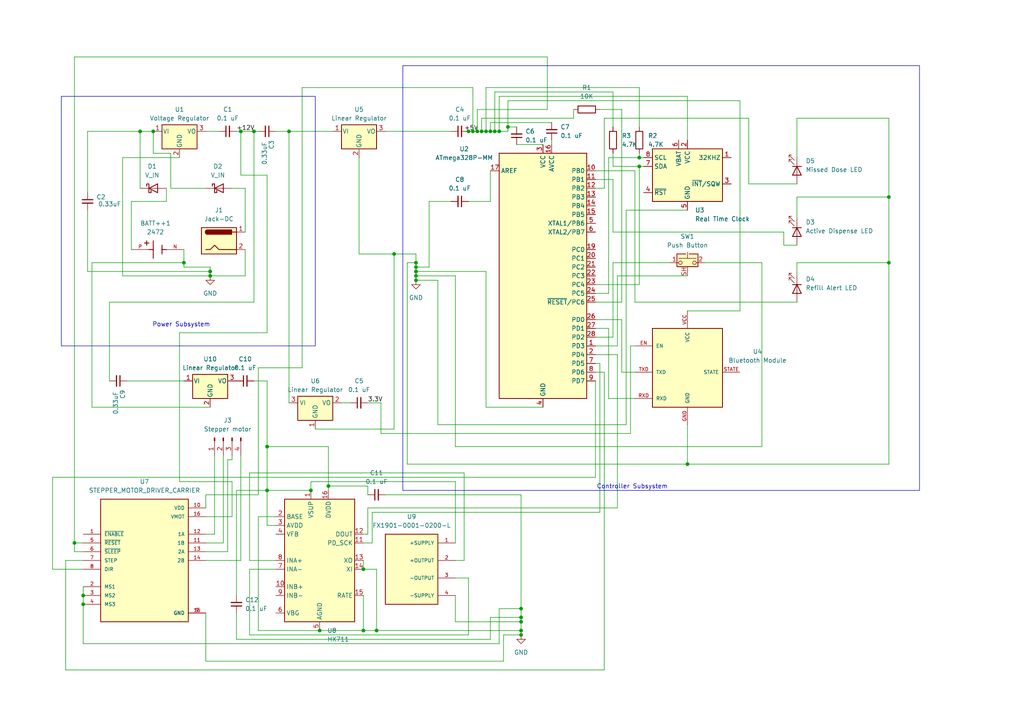
<source format=kicad_sch>
(kicad_sch (version 20231120) (generator "eeschema") (generator_version "8.0")
  (paper "A4")
  (lib_symbols
    (symbol "2472:2472" (pin_names (offset 1.016))
      (property "Reference" "BT" (at -3.81 3.81 0))
      (property "Value" "2472" (at -3.81 -5.08 0))
      (symbol "2472_0_0"
        (polyline (pts (xy -3.81 1.905) (xy -2.54 1.905)) (stroke (width 0.254)))
        (polyline (pts (xy -3.175 2.54) (xy -3.175 1.27)) (stroke (width 0.254)))
        (polyline (pts (xy -1.27 0) (xy -2.54 0)) (stroke (width 0.254)))
        (polyline (pts (xy -1.27 0) (xy -1.27 -2.54)) (stroke (width 0.254)))
        (polyline (pts (xy -1.27 2.54) (xy -1.27 0)) (stroke (width 0.254)))
        (polyline (pts (xy 1.27 0) (xy 1.27 -1.27)) (stroke (width 0.254)))
        (polyline (pts (xy 1.27 0) (xy 2.54 0)) (stroke (width 0.254)))
        (polyline (pts (xy 1.27 1.27) (xy 1.27 0)) (stroke (width 0.254)))
        (pin passive line (at 7.62 0 180) (length 5.08) (name "~") (number "N"))
        (pin passive line (at -7.62 0 0) (length 5.08) (name "~") (number "P"))
      )
    )
    (symbol "A4988_STEPPER_MOTOR_DRIVER_CARRIER:A4988_STEPPER_MOTOR_DRIVER_CARRIER" (pin_names (offset 1.016))
      (property "Reference" "U" (at -12.7 19.05 0))
      (property "Value" "A4988_STEPPER_MOTOR_DRIVER_CARRIER" (at -12.7 -21.59 0))
      (symbol "A4988_STEPPER_MOTOR_DRIVER_CARRIER_0_0"
        (rectangle (start -12.7 -17.78) (end 12.7 17.78) (stroke (width 0.254)) (fill (type background)))
        (pin input line (at -17.78 7.62 0) (length 5.08) (name "~{ENABLE}") (number "1"))
        (pin power_in line (at 17.78 15.24 180) (length 5.08) (name "VDD") (number "10"))
        (pin output line (at 17.78 5.08 180) (length 5.08) (name "1B") (number "11"))
        (pin output line (at 17.78 7.62 180) (length 5.08) (name "1A") (number "12"))
        (pin output line (at 17.78 2.54 180) (length 5.08) (name "2A") (number "13"))
        (pin output line (at 17.78 0 180) (length 5.08) (name "2B") (number "14"))
        (pin power_in line (at 17.78 -15.24 180) (length 5.08) (name "GND") (number "15"))
        (pin power_in line (at 17.78 12.7 180) (length 5.08) (name "VMOT") (number "16"))
        (pin input line (at -17.78 -7.62 0) (length 5.08) (name "MS1") (number "2"))
        (pin input line (at -17.78 -10.16 0) (length 5.08) (name "MS2") (number "3"))
        (pin input line (at -17.78 -12.7 0) (length 5.08) (name "MS3") (number "4"))
        (pin input line (at -17.78 5.08 0) (length 5.08) (name "~{RESET}") (number "5"))
        (pin input line (at -17.78 2.54 0) (length 5.08) (name "~{SLEEP}") (number "6"))
        (pin input line (at -17.78 0 0) (length 5.08) (name "STEP") (number "7"))
        (pin input line (at -17.78 -2.54 0) (length 5.08) (name "DIR") (number "8"))
        (pin power_in line (at 17.78 -15.24 180) (length 5.08) (name "GND") (number "9"))
      )
    )
    (symbol "Analog_ADC:HX711"
      (property "Reference" "U" (at 5.08 21.59 0))
      (property "Value" "HX711" (at 7.62 19.05 0))
      (symbol "HX711_0_1"
        (rectangle (start -10.16 17.78) (end 10.16 -17.78) (stroke (width 0.254)) (fill (type background)))
      )
      (symbol "HX711_1_1"
        (pin power_in line (at -2.54 20.32 270) (length 2.54) (name "VSUP") (number "1"))
        (pin input line (at -12.7 -7.62 0) (length 2.54) (name "INB+") (number "10"))
        (pin input line (at 12.7 5.08 180) (length 2.54) (name "PD_SCK") (number "11"))
        (pin output line (at 12.7 7.62 180) (length 2.54) (name "DOUT") (number "12"))
        (pin passive line (at 12.7 0 180) (length 2.54) (name "XO") (number "13"))
        (pin passive line (at 12.7 -2.54 180) (length 2.54) (name "XI") (number "14"))
        (pin input line (at 12.7 -10.16 180) (length 2.54) (name "RATE") (number "15"))
        (pin power_in line (at 2.54 20.32 270) (length 2.54) (name "DVDD") (number "16"))
        (pin passive line (at -12.7 12.7 0) (length 2.54) (name "BASE") (number "2"))
        (pin power_in line (at -12.7 10.16 0) (length 2.54) (name "AVDD") (number "3"))
        (pin input line (at -12.7 7.62 0) (length 2.54) (name "VFB") (number "4"))
        (pin power_in line (at 0 -20.32 90) (length 2.54) (name "AGND") (number "5"))
        (pin passive line (at -12.7 -15.24 0) (length 2.54) (name "VBG") (number "6"))
        (pin input line (at -12.7 -2.54 0) (length 2.54) (name "INA-") (number "7"))
        (pin input line (at -12.7 0 0) (length 2.54) (name "INA+") (number "8"))
        (pin input line (at -12.7 -10.16 0) (length 2.54) (name "INB-") (number "9"))
      )
    )
    (symbol "Connector:Conn_01x04_Pin" (pin_names (offset 1.016) hide)
      (property "Reference" "J" (at 0 5.08 0))
      (property "Value" "Conn_01x04_Pin" (at 0 -7.62 0))
      (symbol "Conn_01x04_Pin_1_1"
        (polyline (pts (xy 1.27 -5.08) (xy 0.8636 -5.08)) (stroke (width 0.1524)))
        (polyline (pts (xy 1.27 -2.54) (xy 0.8636 -2.54)) (stroke (width 0.1524)))
        (polyline (pts (xy 1.27 0) (xy 0.8636 0)) (stroke (width 0.1524)))
        (polyline (pts (xy 1.27 2.54) (xy 0.8636 2.54)) (stroke (width 0.1524)))
        (rectangle (start 0.8636 -4.953) (end 0 -5.207) (stroke (width 0.1524)) (fill (type outline)))
        (rectangle (start 0.8636 -2.413) (end 0 -2.667) (stroke (width 0.1524)) (fill (type outline)))
        (rectangle (start 0.8636 0.127) (end 0 -0.127) (stroke (width 0.1524)) (fill (type outline)))
        (rectangle (start 0.8636 2.667) (end 0 2.413) (stroke (width 0.1524)) (fill (type outline)))
        (pin passive line (at 5.08 2.54 180) (length 3.81) (name "Pin_1") (number "1"))
        (pin passive line (at 5.08 0 180) (length 3.81) (name "Pin_2") (number "2"))
        (pin passive line (at 5.08 -2.54 180) (length 3.81) (name "Pin_3") (number "3"))
        (pin passive line (at 5.08 -5.08 180) (length 3.81) (name "Pin_4") (number "4"))
      )
    )
    (symbol "Connector:Jack-DC" (pin_names (offset 1.016))
      (property "Reference" "J" (at 0 5.334 0))
      (property "Value" "Jack-DC" (at 0 -5.08 0))
      (symbol "Jack-DC_0_1"
        (rectangle (start -5.08 3.81) (end 5.08 -3.81) (stroke (width 0.254)) (fill (type background)))
        (arc (start -3.302 3.175) (mid -3.9343 2.54) (end -3.302 1.905) (stroke (width 0.254)))
        (arc (start -3.302 3.175) (mid -3.9343 2.54) (end -3.302 1.905) (stroke (width 0.254)) (fill (type outline)))
        (polyline (pts (xy 5.08 2.54) (xy 3.81 2.54)) (stroke (width 0.254)))
        (polyline (pts (xy -3.81 -2.54) (xy -2.54 -2.54) (xy -1.27 -1.27) (xy 0 -2.54) (xy 2.54 -2.54) (xy 5.08 -2.54)) (stroke (width 0.254)))
        (rectangle (start 3.683 3.175) (end -3.302 1.905) (stroke (width 0.254)) (fill (type outline)))
      )
      (symbol "Jack-DC_1_1"
        (pin passive line (at 7.62 2.54 180) (length 2.54) (name "~") (number "1"))
        (pin passive line (at 7.62 -2.54 180) (length 2.54) (name "~") (number "2"))
      )
    )
    (symbol "Device:C_Small" (pin_numbers hide) (pin_names (offset 0.254) hide)
      (property "Reference" "C" (at 0.254 1.778 0))
      (property "Value" "C_Small" (at 0.254 -2.032 0))
      (symbol "C_Small_0_1"
        (polyline (pts (xy -1.524 -0.508) (xy 1.524 -0.508)) (stroke (width 0.3302)))
        (polyline (pts (xy -1.524 0.508) (xy 1.524 0.508)) (stroke (width 0.3048)))
      )
      (symbol "C_Small_1_1"
        (pin passive line (at 0 2.54 270) (length 2.032) (name "~") (number "1"))
        (pin passive line (at 0 -2.54 90) (length 2.032) (name "~") (number "2"))
      )
    )
    (symbol "Device:D_Schottky" (pin_numbers hide) (pin_names (offset 1.016) hide)
      (property "Reference" "D" (at 0 2.54 0))
      (property "Value" "D_Schottky" (at 0 -2.54 0))
      (symbol "D_Schottky_0_1"
        (polyline (pts (xy 1.27 0) (xy -1.27 0)))
        (polyline (pts (xy 1.27 1.27) (xy 1.27 -1.27) (xy -1.27 0) (xy 1.27 1.27)) (stroke (width 0.254)))
        (polyline (pts (xy -1.905 0.635) (xy -1.905 1.27) (xy -1.27 1.27) (xy -1.27 -1.27) (xy -0.635 -1.27) (xy -0.635 -0.635)) (stroke (width 0.254)))
      )
      (symbol "D_Schottky_1_1"
        (pin passive line (at -3.81 0 0) (length 2.54) (name "K") (number "1"))
        (pin passive line (at 3.81 0 180) (length 2.54) (name "A") (number "2"))
      )
    )
    (symbol "Device:LED" (pin_numbers hide) (pin_names (offset 1.016) hide)
      (property "Reference" "D" (at 0 2.54 0))
      (property "Value" "LED" (at 0 -2.54 0))
      (symbol "LED_0_1"
        (polyline (pts (xy -1.27 -1.27) (xy -1.27 1.27)) (stroke (width 0.254)))
        (polyline (pts (xy -1.27 0) (xy 1.27 0)))
        (polyline (pts (xy 1.27 -1.27) (xy 1.27 1.27) (xy -1.27 0) (xy 1.27 -1.27)) (stroke (width 0.254)))
        (polyline (pts (xy -3.048 -0.762) (xy -4.572 -2.286) (xy -3.81 -2.286) (xy -4.572 -2.286) (xy -4.572 -1.524)))
        (polyline (pts (xy -1.778 -0.762) (xy -3.302 -2.286) (xy -2.54 -2.286) (xy -3.302 -2.286) (xy -3.302 -1.524)))
      )
      (symbol "LED_1_1"
        (pin passive line (at -3.81 0 0) (length 2.54) (name "K") (number "1"))
        (pin passive line (at 3.81 0 180) (length 2.54) (name "A") (number "2"))
      )
    )
    (symbol "Device:R" (pin_numbers hide) (pin_names (offset 0))
      (property "Reference" "R" (at 2.032 0 90))
      (property "Value" "R" (at 0 0 90))
      (symbol "R_0_1"
        (rectangle (start -1.016 -2.54) (end 1.016 2.54) (stroke (width 0.254)))
      )
      (symbol "R_1_1"
        (pin passive line (at 0 3.81 270) (length 1.27) (name "~") (number "1"))
        (pin passive line (at 0 -3.81 90) (length 1.27) (name "~") (number "2"))
      )
    )
    (symbol "FX1901-0001-0200-L:FX1901-0001-0200-L" (pin_names (offset 1.016))
      (property "Reference" "U" (at -7.6338 10.8146 0))
      (property "Value" "FX1901-0001-0200-L" (at -7.6232 -12.7053 0))
      (symbol "FX1901-0001-0200-L_0_0"
        (rectangle (start -7.62 -10.16) (end 7.62 10.16) (stroke (width 0.254)) (fill (type background)))
        (pin power_in line (at 12.7 7.62 180) (length 5.08) (name "+SUPPLY") (number "1"))
        (pin output line (at 12.7 2.54 180) (length 5.08) (name "+OUTPUT") (number "2"))
        (pin output line (at 12.7 -2.54 180) (length 5.08) (name "-OUTPUT") (number "3"))
        (pin power_in line (at 12.7 -7.62 180) (length 5.08) (name "-SUPPLY") (number "4"))
      )
    )
    (symbol "HC05:HC05" (pin_names (offset 1.016))
      (property "Reference" "U" (at 10.16 15.24 0))
      (property "Value" "HC05" (at 10.16 12.7 0))
      (symbol "HC05_0_0"
        (rectangle (start -7.62 -10.16) (end 12.7 12.7) (stroke (width 0.254)) (fill (type background)))
        (pin bidirectional line (at -12.7 7.62 0) (length 5.08) (name "EN") (number "EN"))
        (pin bidirectional line (at 2.54 -15.24 90) (length 5.08) (name "GND") (number "GND"))
        (pin bidirectional line (at -12.7 -7.62 0) (length 5.08) (name "RXD") (number "RXD"))
        (pin bidirectional line (at 17.78 0 180) (length 5.08) (name "STATE") (number "STATE"))
        (pin bidirectional line (at -12.7 0 0) (length 5.08) (name "TXD") (number "TXD"))
        (pin bidirectional line (at 2.54 17.78 270) (length 5.08) (name "VCC") (number "VCC"))
      )
    )
    (symbol "MCU_Microchip_ATmega:ATmega328P-MM"
      (property "Reference" "U" (at -12.7 36.83 0))
      (property "Value" "ATmega328P-MM" (at 2.54 -36.83 0))
      (symbol "ATmega328P-MM_0_1"
        (rectangle (start -12.7 -35.56) (end 12.7 35.56) (stroke (width 0.254)) (fill (type background)))
      )
      (symbol "ATmega328P-MM_1_1"
        (pin bidirectional line (at 15.24 -20.32 180) (length 2.54) (name "PD3") (number "1"))
        (pin bidirectional line (at 15.24 30.48 180) (length 2.54) (name "PB0") (number "10"))
        (pin bidirectional line (at 15.24 27.94 180) (length 2.54) (name "PB1") (number "11"))
        (pin bidirectional line (at 15.24 25.4 180) (length 2.54) (name "PB2") (number "12"))
        (pin bidirectional line (at 15.24 22.86 180) (length 2.54) (name "PB3") (number "13"))
        (pin bidirectional line (at 15.24 20.32 180) (length 2.54) (name "PB4") (number "14"))
        (pin bidirectional line (at 15.24 17.78 180) (length 2.54) (name "PB5") (number "15"))
        (pin power_in line (at 2.54 38.1 270) (length 2.54) (name "AVCC") (number "16"))
        (pin passive line (at -15.24 30.48 0) (length 2.54) (name "AREF") (number "17"))
        (pin passive line (at 0 -38.1 90) (length 2.54) hide (name "GND") (number "18"))
        (pin bidirectional line (at 15.24 7.62 180) (length 2.54) (name "PC0") (number "19"))
        (pin bidirectional line (at 15.24 -22.86 180) (length 2.54) (name "PD4") (number "2"))
        (pin bidirectional line (at 15.24 5.08 180) (length 2.54) (name "PC1") (number "20"))
        (pin bidirectional line (at 15.24 2.54 180) (length 2.54) (name "PC2") (number "21"))
        (pin bidirectional line (at 15.24 0 180) (length 2.54) (name "PC3") (number "22"))
        (pin bidirectional line (at 15.24 -2.54 180) (length 2.54) (name "PC4") (number "23"))
        (pin bidirectional line (at 15.24 -5.08 180) (length 2.54) (name "PC5") (number "24"))
        (pin bidirectional line (at 15.24 -7.62 180) (length 2.54) (name "~{RESET}/PC6") (number "25"))
        (pin bidirectional line (at 15.24 -12.7 180) (length 2.54) (name "PD0") (number "26"))
        (pin bidirectional line (at 15.24 -15.24 180) (length 2.54) (name "PD1") (number "27"))
        (pin bidirectional line (at 15.24 -17.78 180) (length 2.54) (name "PD2") (number "28"))
        (pin passive line (at 0 -38.1 90) (length 2.54) hide (name "GND") (number "29"))
        (pin power_in line (at 0 38.1 270) (length 2.54) (name "VCC") (number "3"))
        (pin power_in line (at 0 -38.1 90) (length 2.54) (name "GND") (number "4"))
        (pin bidirectional line (at 15.24 15.24 180) (length 2.54) (name "XTAL1/PB6") (number "5"))
        (pin bidirectional line (at 15.24 12.7 180) (length 2.54) (name "XTAL2/PB7") (number "6"))
        (pin bidirectional line (at 15.24 -25.4 180) (length 2.54) (name "PD5") (number "7"))
        (pin bidirectional line (at 15.24 -27.94 180) (length 2.54) (name "PD6") (number "8"))
        (pin bidirectional line (at 15.24 -30.48 180) (length 2.54) (name "PD7") (number "9"))
      )
    )
    (symbol "Regulator_Linear:AMS1117-3.3"
      (property "Reference" "U" (at -3.81 3.175 0))
      (property "Value" "AMS1117-3.3" (at 0 3.175 0))
      (symbol "AMS1117-3.3_0_1"
        (rectangle (start -5.08 -5.08) (end 5.08 1.905) (stroke (width 0.254)) (fill (type background)))
      )
      (symbol "AMS1117-3.3_1_1"
        (pin power_in line (at 0 -7.62 90) (length 2.54) (name "GND") (number "1"))
        (pin power_out line (at 7.62 0 180) (length 2.54) (name "VO") (number "2"))
        (pin power_in line (at -7.62 0 0) (length 2.54) (name "VI") (number "3"))
      )
    )
    (symbol "Regulator_Linear:LM7805_TO220" (pin_names (offset 0.254))
      (property "Reference" "U" (at -3.81 3.175 0))
      (property "Value" "LM7805_TO220" (at 0 3.175 0))
      (symbol "LM7805_TO220_0_1"
        (rectangle (start -5.08 1.905) (end 5.08 -5.08) (stroke (width 0.254)) (fill (type background)))
      )
      (symbol "LM7805_TO220_1_1"
        (pin power_in line (at -7.62 0 0) (length 2.54) (name "VI") (number "1"))
        (pin power_in line (at 0 -7.62 90) (length 2.54) (name "GND") (number "2"))
        (pin power_out line (at 7.62 0 180) (length 2.54) (name "VO") (number "3"))
      )
    )
    (symbol "Regulator_Linear:LM7812_TO220" (pin_names (offset 0.254))
      (property "Reference" "U" (at -3.81 3.175 0))
      (property "Value" "LM7812_TO220" (at 0 3.175 0))
      (symbol "LM7812_TO220_0_1"
        (rectangle (start -5.08 1.905) (end 5.08 -5.08) (stroke (width 0.254)) (fill (type background)))
      )
      (symbol "LM7812_TO220_1_1"
        (pin power_in line (at -7.62 0 0) (length 2.54) (name "VI") (number "1"))
        (pin power_in line (at 0 -7.62 90) (length 2.54) (name "GND") (number "2"))
        (pin power_out line (at 7.62 0 180) (length 2.54) (name "VO") (number "3"))
      )
    )
    (symbol "Switch:CK_KMS2xxG" (pin_names (offset 1.016) hide)
      (property "Reference" "SW" (at 4.318 2.032 0))
      (property "Value" "CK_KMS2xxG" (at 0 4.572 0))
      (symbol "CK_KMS2xxG_0_1"
        (circle (center -2.032 0) (radius 0.508))
        (polyline (pts (xy 0 1.27) (xy 0 3.048)))
        (polyline (pts (xy 2.54 1.27) (xy -2.54 1.27)))
        (polyline (pts (xy 0.508 2.54) (xy 3.048 2.54) (xy 3.048 -1.143) (xy -3.048 -1.143) (xy -3.048 2.54) (xy -0.508 2.54)) (stroke (width -0.0254)))
        (polyline (pts (xy 0.508 2.54) (xy 3.048 2.54) (xy 3.048 -1.143) (xy -3.048 -1.143) (xy -3.048 2.54) (xy -0.508 2.54)) (stroke (width 0.254)))
        (circle (center 2.032 0) (radius 0.508))
        (pin passive line (at -5.08 0 0) (length 2.54) (name "1") (number "1"))
        (pin passive line (at 5.08 0 180) (length 2.54) (name "2") (number "2"))
      )
      (symbol "CK_KMS2xxG_1_1"
        (rectangle (start -3.048 2.54) (end 3.048 -1.27) (stroke (width -0.0254)) (fill (type background)))
        (pin passive line (at 0 -3.81 90) (length 2.54) (name "B") (number "SH"))
      )
    )
    (symbol "Timer_RTC:DS3231MZ"
      (property "Reference" "U" (at -7.62 8.89 0))
      (property "Value" "DS3231MZ" (at 11.43 8.89 0))
      (symbol "DS3231MZ_0_1"
        (rectangle (start -10.16 7.62) (end 10.16 -7.62) (stroke (width 0.254)) (fill (type background)))
      )
      (symbol "DS3231MZ_1_1"
        (pin open_collector line (at 12.7 5.08 180) (length 2.54) (name "32KHZ") (number "1"))
        (pin power_in line (at 0 10.16 270) (length 2.54) (name "VCC") (number "2"))
        (pin open_collector line (at 12.7 -2.54 180) (length 2.54) (name "~{INT}/SQW") (number "3"))
        (pin bidirectional line (at -12.7 -5.08 0) (length 2.54) (name "~{RST}") (number "4"))
        (pin power_in line (at 0 -10.16 90) (length 2.54) (name "GND") (number "5"))
        (pin power_in line (at -2.54 10.16 270) (length 2.54) (name "VBAT") (number "6"))
        (pin bidirectional line (at -12.7 2.54 0) (length 2.54) (name "SDA") (number "7"))
        (pin input line (at -12.7 5.08 0) (length 2.54) (name "SCL") (number "8"))
      )
    )
    (symbol "power:GND" (power) (pin_numbers hide) (pin_names (offset 0) hide)
      (property "Value" "GND" (at 0 -3.81 0))
      (symbol "GND_0_1"
        (polyline (pts (xy 0 0) (xy 0 -1.27) (xy 1.27 -1.27) (xy 0 -2.54) (xy -1.27 -1.27) (xy 0 -1.27)))
      )
      (symbol "GND_1_1"
        (pin power_in line (at 0 0 270) (length 0) (name "~") (number "1"))
      )
    )
  )
  (junction (at 137.16 38.1))
  (junction (at 257.81 57.15))
  (junction (at 151.13 176.53))
  (junction (at 105.41 165.1))
  (junction (at 151.13 179.07))
  (junction (at 142.24 38.1))
  (junction (at 73.66 38.1))
  (junction (at 120.65 78.74))
  (junction (at 140.97 38.1))
  (junction (at 60.96 80.01))
  (junction (at 69.85 38.1))
  (junction (at 92.71 182.88))
  (junction (at 60.96 78.74))
  (junction (at 120.65 77.47))
  (junction (at 147.32 36.83))
  (junction (at 24.13 172.72))
  (junction (at 109.22 182.88))
  (junction (at 138.43 38.1))
  (junction (at 53.34 76.2))
  (junction (at 199.39 134.62))
  (junction (at 185.42 45.72))
  (junction (at 144.78 38.1))
  (junction (at 24.13 175.26))
  (junction (at 151.13 184.15))
  (junction (at 77.47 142.24))
  (junction (at 44.45 38.1))
  (junction (at 40.64 38.1))
  (junction (at 151.13 182.88))
  (junction (at 143.51 38.1))
  (junction (at 95.25 140.97))
  (junction (at 120.65 81.28))
  (junction (at 135.89 38.1))
  (junction (at 139.7 38.1))
  (junction (at 120.65 80.01))
  (junction (at 21.59 157.48))
  (junction (at 114.3 73.66))
  (junction (at 120.65 76.2))
  (junction (at 151.13 180.34))
  (junction (at 185.42 48.26))
  (junction (at 77.47 129.54))
  (junction (at 90.17 142.24))
  (junction (at 83.82 38.1))
  (junction (at 257.81 76.2))
  (junction (at 105.41 182.88))
  (wire (pts (xy 135.89 38.1) (xy 134.62 38.1)))
  (wire (pts (xy 71.12 72.39) (xy 71.12 80.01)))
  (wire (pts (xy 257.81 134.62) (xy 199.39 134.62)))
  (wire (pts (xy 120.65 73.66) (xy 120.65 76.2)))
  (wire (pts (xy 144.78 176.53) (xy 151.13 176.53)))
  (wire (pts (xy 172.72 49.53) (xy 184.15 49.53)))
  (wire (pts (xy 140.97 78.74) (xy 140.97 118.11)))
  (wire (pts (xy 120.65 80.01) (xy 120.65 81.28)))
  (wire (pts (xy 143.51 38.1) (xy 144.78 38.1)))
  (wire (pts (xy 120.65 76.2) (xy 120.65 77.47)))
  (wire (pts (xy 175.26 194.31) (xy 19.05 194.31)))
  (wire (pts (xy 71.12 54.61) (xy 67.31 54.61)))
  (wire (pts (xy 59.69 154.94) (xy 62.23 154.94)))
  (wire (pts (xy 74.93 106.68) (xy 74.93 143.51)))
  (wire (pts (xy 135.89 184.15) (xy 135.89 167.64)))
  (wire (pts (xy 124.46 77.47) (xy 120.65 77.47)))
  (wire (pts (xy 173.99 148.59) (xy 107.95 148.59)))
  (wire (pts (xy 158.75 31.75) (xy 138.43 31.75)))
  (wire (pts (xy 92.71 182.88) (xy 105.41 182.88)))
  (wire (pts (xy 15.24 138.43) (xy 15.24 165.1)))
  (wire (pts (xy 52.07 45.72) (xy 35.56 45.72)))
  (wire (pts (xy 132.08 139.7) (xy 90.17 139.7)))
  (wire (pts (xy 185.42 25.4) (xy 140.97 25.4)))
  (wire (pts (xy 31.75 110.49) (xy 31.75 87.63)))
  (wire (pts (xy 118.11 134.62) (xy 118.11 76.2)))
  (wire (pts (xy 147.32 36.83) (xy 149.86 36.83)))
  (wire (pts (xy 26.67 76.2) (xy 53.34 76.2)))
  (wire (pts (xy 176.53 85.09) (xy 176.53 45.72)))
  (wire (pts (xy 177.8 26.67) (xy 143.51 26.67)))
  (wire (pts (xy 120.65 77.47) (xy 120.65 78.74)))
  (wire (pts (xy 40.64 38.1) (xy 44.45 38.1)))
  (wire (pts (xy 19.05 162.56) (xy 24.13 162.56)))
  (wire (pts (xy 158.75 16.51) (xy 158.75 31.75)))
  (wire (pts (xy 231.14 63.5) (xy 231.14 57.15)))
  (wire (pts (xy 66.04 160.02) (xy 66.04 133.35)))
  (wire (pts (xy 59.69 149.86) (xy 67.31 149.86)))
  (wire (pts (xy 60.96 118.11) (xy 26.67 118.11)))
  (wire (pts (xy 91.44 124.46) (xy 114.3 124.46)))
  (wire (pts (xy 160.02 40.64) (xy 160.02 41.91)))
  (wire (pts (xy 144.78 186.69) (xy 144.78 176.53)))
  (wire (pts (xy 106.68 116.84) (xy 110.49 116.84)))
  (wire (pts (xy 48.26 58.42) (xy 48.26 54.61)))
  (wire (pts (xy 177.8 52.07) (xy 177.8 67.31)))
  (wire (pts (xy 120.65 78.74) (xy 120.65 80.01)))
  (wire (pts (xy 114.3 73.66) (xy 120.65 73.66)))
  (wire (pts (xy 77.47 142.24) (xy 68.58 142.24)))
  (wire (pts (xy 172.72 82.55) (xy 185.42 82.55)))
  (wire (pts (xy 52.07 139.7) (xy 52.07 96.52)))
  (wire (pts (xy 59.69 191.77) (xy 146.05 191.77)))
  (wire (pts (xy 74.93 149.86) (xy 74.93 182.88)))
  (wire (pts (xy 175.26 107.95) (xy 175.26 194.31)))
  (wire (pts (xy 124.46 58.42) (xy 124.46 77.47)))
  (wire (pts (xy 95.25 142.24) (xy 95.25 140.97)))
  (wire (pts (xy 44.45 44.45) (xy 44.45 38.1)))
  (wire (pts (xy 132.08 129.54) (xy 132.08 80.01)))
  (wire (pts (xy 63.5 38.1) (xy 59.69 38.1)))
  (wire (pts (xy 176.53 115.57) (xy 176.53 95.25)))
  (wire (pts (xy 182.88 125.73) (xy 182.88 100.33)))
  (wire (pts (xy 80.01 165.1) (xy 72.39 165.1)))
  (wire (pts (xy 107.95 157.48) (xy 105.41 157.48)))
  (wire (pts (xy 143.51 26.67) (xy 143.51 38.1)))
  (wire (pts (xy 110.49 116.84) (xy 110.49 125.73)))
  (wire (pts (xy 220.98 76.2) (xy 220.98 129.54)))
  (wire (pts (xy 67.31 139.7) (xy 52.07 139.7)))
  (wire (pts (xy 138.43 31.75) (xy 138.43 38.1)))
  (wire (pts (xy 231.14 53.34) (xy 217.17 53.34)))
  (wire (pts (xy 257.81 57.15) (xy 257.81 76.2)))
  (wire (pts (xy 214.63 29.21) (xy 214.63 90.17)))
  (wire (pts (xy 24.13 170.18) (xy 24.13 172.72)))
  (wire (pts (xy 80.01 149.86) (xy 74.93 149.86)))
  (wire (pts (xy 105.41 162.56) (xy 105.41 165.1)))
  (wire (pts (xy 73.66 87.63) (xy 73.66 38.1)))
  (wire (pts (xy 107.95 148.59) (xy 107.95 157.48)))
  (wire (pts (xy 106.68 140.97) (xy 106.68 143.51)))
  (wire (pts (xy 40.64 38.1) (xy 40.64 54.61)))
  (wire (pts (xy 151.13 180.34) (xy 151.13 182.88)))
  (wire (pts (xy 147.32 29.21) (xy 214.63 29.21)))
  (wire (pts (xy 35.56 80.01) (xy 60.96 80.01)))
  (wire (pts (xy 184.15 87.63) (xy 231.14 87.63)))
  (wire (pts (xy 59.69 54.61) (xy 49.53 54.61)))
  (wire (pts (xy 25.4 78.74) (xy 60.96 78.74)))
  (wire (pts (xy 68.58 177.8) (xy 68.58 185.42)))
  (wire (pts (xy 194.31 76.2) (xy 177.8 76.2)))
  (wire (pts (xy 120.65 78.74) (xy 140.97 78.74)))
  (wire (pts (xy 127 123.19) (xy 127 81.28)))
  (wire (pts (xy 38.1 72.39) (xy 38.1 58.42)))
  (wire (pts (xy 139.7 34.29) (xy 139.7 38.1)))
  (wire (pts (xy 71.12 67.31) (xy 71.12 54.61)))
  (wire (pts (xy 217.17 53.34) (xy 217.17 34.29)))
  (wire (pts (xy 147.32 36.83) (xy 147.32 29.21)))
  (wire (pts (xy 231.14 34.29) (xy 257.81 34.29)))
  (wire (pts (xy 175.26 54.61) (xy 172.72 54.61)))
  (wire (pts (xy 144.78 38.1) (xy 147.32 38.1)))
  (wire (pts (xy 66.04 133.35) (xy 67.31 133.35)))
  (wire (pts (xy 26.67 118.11) (xy 26.67 76.2)))
  (wire (pts (xy 180.34 92.71) (xy 180.34 107.95)))
  (wire (pts (xy 142.24 58.42) (xy 135.89 58.42)))
  (wire (pts (xy 177.8 76.2) (xy 177.8 97.79)))
  (wire (pts (xy 130.81 38.1) (xy 111.76 38.1)))
  (wire (pts (xy 35.56 45.72) (xy 35.56 80.01)))
  (wire (pts (xy 137.16 38.1) (xy 137.16 25.4)))
  (wire (pts (xy 176.53 45.72) (xy 185.42 45.72)))
  (wire (pts (xy 77.47 142.24) (xy 77.47 152.4)))
  (wire (pts (xy 127 81.28) (xy 120.65 81.28)))
  (wire (pts (xy 139.7 38.1) (xy 140.97 38.1)))
  (wire (pts (xy 180.34 31.75) (xy 180.34 87.63)))
  (wire (pts (xy 179.07 100.33) (xy 179.07 80.01)))
  (wire (pts (xy 172.72 92.71) (xy 180.34 92.71)))
  (wire (pts (xy 24.13 157.48) (xy 21.59 157.48)))
  (wire (pts (xy 134.62 137.16) (xy 134.62 162.56)))
  (wire (pts (xy 83.82 38.1) (xy 96.52 38.1)))
  (wire (pts (xy 77.47 96.52) (xy 77.47 50.8)))
  (wire (pts (xy 146.05 184.15) (xy 151.13 184.15)))
  (wire (pts (xy 177.8 48.26) (xy 185.42 48.26)))
  (wire (pts (xy 69.85 38.1) (xy 73.66 38.1)))
  (wire (pts (xy 257.81 34.29) (xy 257.81 57.15)))
  (wire (pts (xy 160.02 35.56) (xy 142.24 35.56)))
  (wire (pts (xy 132.08 172.72) (xy 132.08 180.34)))
  (wire (pts (xy 172.72 85.09) (xy 176.53 85.09)))
  (wire (pts (xy 64.77 157.48) (xy 64.77 132.08)))
  (wire (pts (xy 106.68 154.94) (xy 105.41 154.94)))
  (wire (pts (xy 24.13 172.72) (xy 24.13 175.26)))
  (wire (pts (xy 257.81 76.2) (xy 257.81 134.62)))
  (wire (pts (xy 77.47 152.4) (xy 80.01 152.4)))
  (wire (pts (xy 137.16 25.4) (xy 87.63 25.4)))
  (wire (pts (xy 95.25 129.54) (xy 77.47 129.54)))
  (wire (pts (xy 87.63 25.4) (xy 87.63 106.68)))
  (wire (pts (xy 134.62 162.56) (xy 132.08 162.56)))
  (wire (pts (xy 21.59 157.48) (xy 21.59 160.02)))
  (wire (pts (xy 151.13 176.53) (xy 151.13 179.07)))
  (wire (pts (xy 59.69 162.56) (xy 69.85 162.56)))
  (wire (pts (xy 175.26 34.29) (xy 175.26 54.61)))
  (wire (pts (xy 38.1 58.42) (xy 48.26 58.42)))
  (wire (pts (xy 177.8 36.83) (xy 177.8 26.67)))
  (wire (pts (xy 227.33 71.12) (xy 231.14 71.12)))
  (wire (pts (xy 67.31 133.35) (xy 67.31 132.08)))
  (wire (pts (xy 105.41 172.72) (xy 105.41 182.88)))
  (wire (pts (xy 135.89 167.64) (xy 132.08 167.64)))
  (wire (pts (xy 72.39 165.1) (xy 72.39 184.15)))
  (wire (pts (xy 52.07 96.52) (xy 77.47 96.52)))
  (wire (pts (xy 231.14 76.2) (xy 257.81 76.2)))
  (wire (pts (xy 151.13 182.88) (xy 151.13 184.15)))
  (wire (pts (xy 151.13 143.51) (xy 151.13 176.53)))
  (wire (pts (xy 21.59 157.48) (xy 21.59 16.51)))
  (wire (pts (xy 173.99 105.41) (xy 173.99 148.59)))
  (wire (pts (xy 184.15 49.53) (xy 184.15 87.63)))
  (wire (pts (xy 199.39 123.19) (xy 199.39 134.62)))
  (wire (pts (xy 142.24 38.1) (xy 143.51 38.1)))
  (wire (pts (xy 180.34 87.63) (xy 172.72 87.63)))
  (wire (pts (xy 73.66 110.49) (xy 77.47 110.49)))
  (wire (pts (xy 185.42 36.83) (xy 185.42 25.4)))
  (wire (pts (xy 185.42 48.26) (xy 186.69 48.26)))
  (wire (pts (xy 172.72 102.87) (xy 179.07 102.87)))
  (wire (pts (xy 109.22 165.1) (xy 109.22 182.88)))
  (wire (pts (xy 68.58 142.24) (xy 68.58 172.72)))
  (wire (pts (xy 231.14 57.15) (xy 257.81 57.15)))
  (wire (pts (xy 132.08 157.48) (xy 132.08 139.7)))
  (wire (pts (xy 179.07 147.32) (xy 106.68 147.32)))
  (wire (pts (xy 109.22 182.88) (xy 151.13 182.88)))
  (wire (pts (xy 95.25 140.97) (xy 95.25 129.54)))
  (wire (pts (xy 59.69 143.51) (xy 59.69 147.32)))
  (wire (pts (xy 36.83 110.49) (xy 53.34 110.49)))
  (wire (pts (xy 68.58 38.1) (xy 69.85 38.1)))
  (wire (pts (xy 151.13 179.07) (xy 151.13 180.34)))
  (wire (pts (xy 144.78 38.1) (xy 144.78 27.94)))
  (wire (pts (xy 111.76 143.51) (xy 151.13 143.51)))
  (wire (pts (xy 185.42 82.55) (xy 185.42 48.26)))
  (wire (pts (xy 172.72 105.41) (xy 173.99 105.41)))
  (wire (pts (xy 80.01 162.56) (xy 72.39 162.56)))
  (wire (pts (xy 181.61 60.96) (xy 181.61 123.19)))
  (wire (pts (xy 137.16 38.1) (xy 135.89 38.1)))
  (wire (pts (xy 142.24 179.07) (xy 151.13 179.07)))
  (wire (pts (xy 118.11 76.2) (xy 120.65 76.2)))
  (wire (pts (xy 15.24 165.1) (xy 24.13 165.1)))
  (wire (pts (xy 199.39 90.17) (xy 214.63 90.17)))
  (wire (pts (xy 90.17 139.7) (xy 90.17 142.24)))
  (wire (pts (xy 140.97 118.11) (xy 157.48 118.11)))
  (wire (pts (xy 60.96 80.01) (xy 71.12 80.01)))
  (wire (pts (xy 59.69 160.02) (xy 66.04 160.02)))
  (wire (pts (xy 74.93 143.51) (xy 59.69 143.51)))
  (wire (pts (xy 176.53 95.25) (xy 172.72 95.25)))
  (wire (pts (xy 74.93 182.88) (xy 92.71 182.88)))
  (wire (pts (xy 49.53 44.45) (xy 44.45 44.45)))
  (wire (pts (xy 87.63 106.68) (xy 74.93 106.68)))
  (wire (pts (xy 177.8 67.31) (xy 227.33 67.31)))
  (wire (pts (xy 31.75 87.63) (xy 73.66 87.63)))
  (wire (pts (xy 110.49 125.73) (xy 182.88 125.73)))
  (wire (pts (xy 60.96 78.74) (xy 60.96 80.01)))
  (wire (pts (xy 140.97 38.1) (xy 142.24 38.1)))
  (wire (pts (xy 53.34 77.47) (xy 60.96 77.47)))
  (wire (pts (xy 105.41 182.88) (xy 109.22 182.88)))
  (wire (pts (xy 105.41 165.1) (xy 109.22 165.1)))
  (wire (pts (xy 25.4 38.1) (xy 25.4 55.88)))
  (wire (pts (xy 199.39 60.96) (xy 181.61 60.96)))
  (wire (pts (xy 19.05 194.31) (xy 19.05 162.56)))
  (wire (pts (xy 60.96 77.47) (xy 60.96 78.74)))
  (wire (pts (xy 25.4 60.96) (xy 25.4 78.74)))
  (wire (pts (xy 24.13 175.26) (xy 24.13 186.69)))
  (wire (pts (xy 172.72 100.33) (xy 179.07 100.33)))
  (wire (pts (xy 59.69 157.48) (xy 64.77 157.48)))
  (wire (pts (xy 185.42 45.72) (xy 186.69 45.72)))
  (wire (pts (xy 77.47 142.24) (xy 90.17 142.24)))
  (wire (pts (xy 204.47 76.2) (xy 220.98 76.2)))
  (wire (pts (xy 172.72 52.07) (xy 177.8 52.07)))
  (wire (pts (xy 72.39 184.15) (xy 135.89 184.15)))
  (wire (pts (xy 132.08 180.34) (xy 151.13 180.34)))
  (wire (pts (xy 83.82 38.1) (xy 83.82 116.84)))
  (wire (pts (xy 69.85 50.8) (xy 69.85 38.1)))
  (wire (pts (xy 149.86 41.91) (xy 157.48 41.91)))
  (wire (pts (xy 182.88 100.33) (xy 184.15 100.33)))
  (wire (pts (xy 106.68 147.32) (xy 106.68 154.94)))
  (wire (pts (xy 199.39 134.62) (xy 118.11 134.62)))
  (wire (pts (xy 177.8 44.45) (xy 177.8 48.26)))
  (wire (pts (xy 21.59 160.02) (xy 24.13 160.02)))
  (wire (pts (xy 72.39 137.16) (xy 134.62 137.16)))
  (wire (pts (xy 140.97 25.4) (xy 140.97 38.1)))
  (wire (pts (xy 62.23 154.94) (xy 62.23 132.08)))
  (wire (pts (xy 24.13 186.69) (xy 144.78 186.69)))
  (wire (pts (xy 227.33 67.31) (xy 227.33 71.12)))
  (wire (pts (xy 95.25 140.97) (xy 106.68 140.97)))
  (wire (pts (xy 172.72 107.95) (xy 175.26 107.95)))
  (wire (pts (xy 231.14 45.72) (xy 231.14 34.29)))
  (wire (pts (xy 166.37 31.75) (xy 166.37 34.29)))
  (wire (pts (xy 142.24 185.42) (xy 142.24 179.07)))
  (wire (pts (xy 217.17 34.29) (xy 175.26 34.29)))
  (wire (pts (xy 142.24 35.56) (xy 142.24 38.1)))
  (wire (pts (xy 68.58 185.42) (xy 142.24 185.42)))
  (wire (pts (xy 21.59 16.51) (xy 158.75 16.51)))
  (wire (pts (xy 220.98 129.54) (xy 132.08 129.54)))
  (wire (pts (xy 67.31 149.86) (xy 67.31 139.7)))
  (wire (pts (xy 53.34 76.2) (xy 53.34 77.47)))
  (wire (pts (xy 144.78 27.94) (xy 199.39 27.94)))
  (wire (pts (xy 104.14 73.66) (xy 114.3 73.66)))
  (wire (pts (xy 69.85 132.08) (xy 69.85 162.56)))
  (wire (pts (xy 72.39 162.56) (xy 72.39 137.16)))
  (wire (pts (xy 172.72 138.43) (xy 15.24 138.43)))
  (wire (pts (xy 25.4 38.1) (xy 40.64 38.1)))
  (wire (pts (xy 53.34 72.39) (xy 53.34 76.2)))
  (wire (pts (xy 132.08 80.01) (xy 120.65 80.01)))
  (wire (pts (xy 138.43 38.1) (xy 137.16 38.1)))
  (wire (pts (xy 179.07 102.87) (xy 179.07 147.32)))
  (wire (pts (xy 59.69 177.8) (xy 59.69 191.77)))
  (wire (pts (xy 77.47 50.8) (xy 69.85 50.8)))
  (wire (pts (xy 104.14 45.72) (xy 104.14 73.66)))
  (wire (pts (xy 139.7 38.1) (xy 138.43 38.1)))
  (wire (pts (xy 185.42 44.45) (xy 185.42 45.72)))
  (wire (pts (xy 184.15 115.57) (xy 176.53 115.57)))
  (wire (pts (xy 166.37 34.29) (xy 139.7 34.29)))
  (wire (pts (xy 147.32 36.83) (xy 147.32 38.1)))
  (wire (pts (xy 49.53 54.61) (xy 49.53 44.45)))
  (wire (pts (xy 101.6 116.84) (xy 99.06 116.84)))
  (wire (pts (xy 172.72 110.49) (xy 172.72 138.43)))
  (wire (pts (xy 231.14 80.01) (xy 231.14 76.2)))
  (wire (pts (xy 77.47 110.49) (xy 77.47 129.54)))
  (wire (pts (xy 180.34 107.95) (xy 184.15 107.95)))
  (wire (pts (xy 173.99 31.75) (xy 180.34 31.75)))
  (wire (pts (xy 179.07 80.01) (xy 199.39 80.01)))
  (wire (pts (xy 130.81 58.42) (xy 124.46 58.42)))
  (wire (pts (xy 80.01 38.1) (xy 83.82 38.1)))
  (wire (pts (xy 199.39 27.94) (xy 199.39 40.64)))
  (wire (pts (xy 77.47 129.54) (xy 77.47 142.24)))
  (wire (pts (xy 177.8 97.79) (xy 172.72 97.79)))
  (wire (pts (xy 142.24 49.53) (xy 142.24 58.42)))
  (wire (pts (xy 146.05 191.77) (xy 146.05 184.15)))
  (wire (pts (xy 114.3 124.46) (xy 114.3 73.66)))
  (wire (pts (xy 73.66 38.1) (xy 74.93 38.1)))
  (wire (pts (xy 181.61 123.19) (xy 127 123.19)))
  (rectangle (start 116.84 19.05) (end 266.7 142.24))
  (rectangle (start 17.78 27.94) (end 91.44 100.33))
  (text "Controller Subsystem" (at 183.388 141.224 0) (effects (font (size 1.27 1.27))))
  (text "Power Subsystem" (at 52.578 94.234 0) (effects (font (size 1.27 1.27))))
  (label "+5V" (at 134.62 38.1 0))
  (label "3.3V" (at 106.68 116.84 0))
  (label "+12V" (at 68.58 38.1 0))
  (symbol (lib_id "Device:C_Small") (at 68.58 175.26 180) (unit 1)
    (property "Reference" "C12" (at 71.12 173.9835 0) (effects (justify right)))
    (property "Value" "0.1 uF" (at 71.12 176.5235 0) (effects (justify right)))
    (property "Footprint" "Capacitor_THT:C_Radial_D5.0mm_H5.0mm_P2.00mm" (effects (hide yes)))
    (property "Description" "Unpolarized capacitor, small symbol" (effects (hide yes)))
  )
  (symbol (lib_id "Device:LED") (at 231.14 67.31 270) (unit 1)
    (property "Reference" "D3" (at 233.68 64.4524 90) (effects (justify left)))
    (property "Value" "Active Dispense LED" (at 233.68 66.9924 90) (effects (justify left)))
    (property "Footprint" "LED_THT:LED_D3.0mm" (effects (hide yes)))
    (property "Description" "Light emitting diode" (effects (hide yes)))
  )
  (symbol (lib_id "Device:LED") (at 231.14 83.82 270) (unit 1)
    (property "Reference" "D4" (at 233.68 80.9624 90) (effects (justify left)))
    (property "Value" "Refill Alert LED" (at 233.68 83.5024 90) (effects (justify left)))
    (property "Footprint" "LED_THT:LED_D3.0mm" (effects (hide yes)))
    (property "Description" "Light emitting diode" (effects (hide yes)))
  )
  (symbol (lib_id "Device:C_Small") (at 109.22 143.51 90) (unit 1)
    (property "Reference" "C11" (at 109.2263 137.16 90))
    (property "Value" "0.1 uF" (at 109.2263 139.7 90))
    (property "Footprint" "Capacitor_THT:C_Radial_D5.0mm_H5.0mm_P2.00mm" (effects (hide yes)))
    (property "Description" "Unpolarized capacitor, small symbol" (effects (hide yes)))
  )
  (symbol (lib_id "Regulator_Linear:LM7812_TO220") (at 52.07 38.1 0) (unit 1)
    (property "Reference" "U1" (at 52.07 31.75 0))
    (property "Value" "Voltage Regulator" (at 52.07 34.29 0))
    (property "Footprint" "Package_TO_SOT_THT:TO-220-3_Vertical" (effects (hide yes)))
    (property "Datasheet" "https://www.onsemi.cn/PowerSolutions/document/MC7800-D.PDF" (effects (hide yes)))
    (property "Description" "Positive 1A 35V Linear Regulator, Fixed Output 12V, TO-220" (effects (hide yes)))
  )
  (symbol (lib_id "Device:C_Small") (at 133.35 38.1 90) (unit 1)
    (property "Reference" "C4" (at 133.3563 31.75 90))
    (property "Value" "0.1 uF" (at 133.3563 34.29 90))
    (property "Footprint" "Capacitor_THT:C_Radial_D5.0mm_H5.0mm_P2.00mm" (effects (hide yes)))
    (property "Description" "Unpolarized capacitor, small symbol" (effects (hide yes)))
  )
  (symbol (lib_id "Device:LED") (at 231.14 49.53 270) (unit 1)
    (property "Reference" "D5" (at 233.68 46.6724 90) (effects (justify left)))
    (property "Value" "Missed Dose LED" (at 233.68 49.2124 90) (effects (justify left)))
    (property "Footprint" "LED_THT:LED_D3.0mm" (effects (hide yes)))
    (property "Description" "Light emitting diode" (effects (hide yes)))
  )
  (symbol (lib_id "Device:C_Small") (at 66.04 38.1 90) (unit 1)
    (property "Reference" "C1" (at 66.0463 31.75 90))
    (property "Value" "0.1 uF" (at 66.0463 34.29 90))
    (property "Footprint" "Capacitor_THT:C_Radial_D5.0mm_H5.0mm_P2.00mm" (effects (hide yes)))
    (property "Description" "Unpolarized capacitor, small symbol" (effects (hide yes)))
  )
  (symbol (lib_id "Device:C_Small") (at 77.47 38.1 270) (unit 1)
    (property "Reference" "C3" (at 78.7338 40.64 0) (effects (justify left)))
    (property "Value" "0.33uF" (at 76.708 41.148 0) (effects (justify left)))
    (property "Footprint" "Capacitor_THT:C_Radial_D5.0mm_H5.0mm_P2.00mm" (effects (hide yes)))
    (property "Description" "Unpolarized capacitor, small symbol" (effects (hide yes)))
  )
  (symbol (lib_id "Device:R") (at 185.42 40.64 180) (unit 1)
    (property "Reference" "R2" (at 187.96 39.3699 0) (effects (justify right)))
    (property "Value" "4.7K" (at 187.96 41.9099 0) (effects (justify right)))
    (property "Footprint" "Resistor_THT:R_Axial_DIN0207_L6.3mm_D2.5mm_P2.54mm_Vertical" (effects (hide yes)))
    (property "Description" "Resistor" (effects (hide yes)))
  )
  (symbol (lib_id "FX1901-0001-0200-L:FX1901-0001-0200-L") (at 119.38 165.1 0) (unit 1)
    (property "Reference" "U9" (at 119.38 149.86 0))
    (property "Value" "FX1901-0001-0200-L" (at 119.38 152.4 0))
    (property "Footprint" "TerminalBlock:TerminalBlock_bornier-4_P5.08mm" (effects (hide yes)))
    (property "Comment" "FX1901-0001-0200-L" (effects (hide yes)))
    (property "MF" "TE Connectivity" (effects (hide yes)))
    (property "Description_1" "\n                        \n                            Load Cells, Compression, 20mV, 200 lbf, Coin Cell Package, FX1901 Series | TE Connectivity FX1901-0001-0200-L\n                        \n" (effects (hide yes)))
    (property "Package" "None" (effects (hide yes)))
    (property "Price" "None" (effects (hide yes)))
    (property "Check_prices" "https://www.snapeda.com/parts/FX1901-0001-0200-L/TE+Connectivity+ALCOSWITCH+Switches/view-part/?ref=eda" (effects (hide yes)))
    (property "SnapEDA_Link" "https://www.snapeda.com/parts/FX1901-0001-0200-L/TE+Connectivity+ALCOSWITCH+Switches/view-part/?ref=snap" (effects (hide yes)))
    (property "MP" "FX1901-0001-0200-L" (effects (hide yes)))
    (property "Availability" "In Stock" (effects (hide yes)))
    (property "MANUFACTURER" "TE Connectivity" (effects (hide yes)))
  )
  (symbol (lib_id "2472:2472") (at 45.72 72.39 0) (unit 1)
    (property "Reference" "BATT++1" (at 45.085 64.77 0))
    (property "Value" "2472" (at 45.085 67.31 0))
    (property "Footprint" "1042P:BAT_1042P" (effects (hide yes)))
    (property "MF" "Keystone Electronics" (effects (hide yes)))
    (property "MAXIMUM_PACKAGE_HEIGHT" "14.35mm" (effects (hide yes)))
    (property "Package" "Non-Standard Keystone" (effects (hide yes)))
    (property "Price" "None" (effects (hide yes)))
    (property "Check_prices" "https://www.snapeda.com/parts/2472/Keystone/view-part/?ref=eda" (effects (hide yes)))
    (property "STANDARD" "Manufacturer Recommendations" (effects (hide yes)))
    (property "PARTREV" "C" (effects (hide yes)))
    (property "SnapEDA_Link" "https://www.snapeda.com/parts/2472/Keystone/view-part/?ref=snap" (effects (hide yes)))
    (property "MP" "2472" (effects (hide yes)))
    (property "Description_1" "\n                        \n                            Battery Holder; Cell Size N, 12V; THM | Keystone Electronics 2472\n                        \n" (effects (hide yes)))
    (property "MANUFACTURER" "Keystone" (effects (hide yes)))
    (property "Availability" "Not in stock" (effects (hide yes)))
    (property "SNAPEDA_PN" "2472" (effects (hide yes)))
  )
  (symbol (lib_id "Analog_ADC:HX711") (at 92.71 162.56 0) (unit 1)
    (property "Reference" "U8" (at 94.9041 182.88 0) (effects (justify left)))
    (property "Value" "HX711" (at 94.9041 185.42 0) (effects (justify left)))
    (property "Footprint" "Package_SO:SOP-16_3.9x9.9mm_P1.27mm" (effects (hide yes)))
    (property "Datasheet" "https://web.archive.org/web/20220615044707/https://akizukidenshi.com/download/ds/avia/hx711.pdf" (effects (hide yes)))
    (property "Description" "24-Bit Analog-to-Digital Converter (ADC) for Weight Scales" (effects (hide yes)))
  )
  (symbol (lib_id "power:GND") (at 151.13 184.15 0) (unit 1)
    (property "Reference" "#PWR03" (effects (hide yes)))
    (property "Value" "GND" (at 151.13 189.23 0))
    (property "Description" "Power symbol creates a global label with name \"GND\" , ground" (effects (hide yes)))
  )
  (symbol (lib_id "power:GND") (at 120.65 81.28 0) (unit 1)
    (property "Reference" "#PWR01" (effects (hide yes)))
    (property "Value" "GND" (at 120.65 86.36 0))
    (property "Description" "Power symbol creates a global label with name \"GND\" , ground" (effects (hide yes)))
  )
  (symbol (lib_id "Switch:CK_KMS2xxG") (at 199.39 76.2 0) (unit 1)
    (property "Reference" "SW1" (at 199.39 68.58 0))
    (property "Value" "Push Button" (at 199.39 71.12 0))
    (property "Footprint" "Button_Switch_SMD:SW_SPST_CK_KMS2xxGP" (effects (hide yes)))
    (property "Datasheet" "https://www.ckswitches.com/media/1482/kms.pdf" (effects (hide yes)))
    (property "Description" "Microminiature SMT Side Actuated, 4.2 x 2.8 x 1.42mm, without pegs, with shield pin" (effects (hide yes)))
  )
  (symbol (lib_id "Device:C_Small") (at 25.4 58.42 0) (unit 1)
    (property "Reference" "C2" (at 27.94 57.1562 0) (effects (justify left)))
    (property "Value" "0.33uF" (at 28.448 59.182 0) (effects (justify left)))
    (property "Footprint" "Capacitor_THT:C_Radial_D5.0mm_H5.0mm_P2.00mm" (effects (hide yes)))
    (property "Description" "Unpolarized capacitor, small symbol" (effects (hide yes)))
  )
  (symbol (lib_id "Device:C_Small") (at 104.14 116.84 90) (unit 1)
    (property "Reference" "C5" (at 104.1463 110.49 90))
    (property "Value" "0.1 uF" (at 104.1463 113.03 90))
    (property "Footprint" "Capacitor_THT:C_Radial_D5.0mm_H5.0mm_P2.00mm" (effects (hide yes)))
    (property "Description" "Unpolarized capacitor, small symbol" (effects (hide yes)))
  )
  (symbol (lib_id "Device:C_Small") (at 160.02 38.1 180) (unit 1)
    (property "Reference" "C7" (at 162.56 36.8235 0) (effects (justify right)))
    (property "Value" "0.1 uF" (at 162.56 39.3635 0) (effects (justify right)))
    (property "Footprint" "Capacitor_THT:C_Radial_D5.0mm_H5.0mm_P2.00mm" (effects (hide yes)))
    (property "Description" "Unpolarized capacitor, small symbol" (effects (hide yes)))
  )
  (symbol (lib_id "Connector:Jack-DC") (at 63.5 69.85 0) (unit 1)
    (property "Reference" "J1" (at 63.5 60.96 0))
    (property "Value" "Jack-DC" (at 63.5 63.5 0))
    (property "Footprint" "Connector_BarrelJack:BarrelJack_Horizontal" (effects (hide yes)))
    (property "Description" "DC Barrel Jack" (effects (hide yes)))
  )
  (symbol (lib_id "Device:R") (at 177.8 40.64 180) (unit 1)
    (property "Reference" "R3" (at 180.34 39.3699 0) (effects (justify right)))
    (property "Value" "4.7K" (at 180.34 41.9099 0) (effects (justify right)))
    (property "Footprint" "Resistor_THT:R_Axial_DIN0207_L6.3mm_D2.5mm_P2.54mm_Vertical" (effects (hide yes)))
    (property "Description" "Resistor" (effects (hide yes)))
  )
  (symbol (lib_id "Device:C_Small") (at 133.35 58.42 270) (unit 1)
    (property "Reference" "C8" (at 133.3436 52.07 90))
    (property "Value" "0.1 uF" (at 133.3436 54.61 90))
    (property "Footprint" "Capacitor_THT:C_Radial_D5.0mm_H5.0mm_P2.00mm" (effects (hide yes)))
    (property "Description" "Unpolarized capacitor, small symbol" (effects (hide yes)))
  )
  (symbol (lib_id "Device:R") (at 170.18 31.75 90) (unit 1)
    (property "Reference" "R1" (at 170.18 25.4 90))
    (property "Value" "10K" (at 170.18 27.94 90))
    (property "Footprint" "Resistor_THT:R_Axial_DIN0207_L6.3mm_D2.5mm_P2.54mm_Vertical" (effects (hide yes)))
    (property "Description" "Resistor" (effects (hide yes)))
  )
  (symbol (lib_id "Timer_RTC:DS3231MZ") (at 199.39 50.8 0) (unit 1)
    (property "Reference" "U3" (at 201.5841 60.96 0) (effects (justify left)))
    (property "Value" "Real Time Clock" (at 201.5841 63.5 0) (effects (justify left)))
    (property "Footprint" "Package_SO:SOIC-8_3.9x4.9mm_P1.27mm" (effects (hide yes)))
    (property "Datasheet" "http://datasheets.maximintegrated.com/en/ds/DS3231M.pdf" (effects (hide yes)))
    (property "Description" "±5ppm, I2C Real-Time Clock SOIC-8" (effects (hide yes)))
  )
  (symbol (lib_id "Regulator_Linear:AMS1117-3.3") (at 91.44 116.84 0) (unit 1)
    (property "Reference" "U6" (at 91.44 110.49 0))
    (property "Value" "Linear Regulator" (at 91.44 113.03 0))
    (property "Footprint" "Package_TO_SOT_SMD:SOT-223-3_TabPin2" (effects (hide yes)))
    (property "Datasheet" "http://www.advanced-monolithic.com/pdf/ds1117.pdf" (effects (hide yes)))
    (property "Description" "1A Low Dropout regulator, positive, 3.3V fixed output, SOT-223" (effects (hide yes)))
  )
  (symbol (lib_id "HC05:HC05") (at 196.85 107.95 0) (unit 1)
    (property "Reference" "U4" (at 219.71 101.9808 0))
    (property "Value" "Bluetooth Module" (at 219.71 104.5208 0))
    (property "Footprint" "RF_Module:BLE112-A" (effects (hide yes)))
    (property "SnapEDA_Link" "https://www.snapeda.com/parts/HC05/TE+Connectivity/view-part/?ref=snap" (effects (hide yes)))
    (property "Description_1" "\n                        \n                            Cable Markers Printable Heat Shrink\n                        \n" (effects (hide yes)))
    (property "MF" "TE Connectivity" (effects (hide yes)))
    (property "Package" "None" (effects (hide yes)))
    (property "Check_prices" "https://www.snapeda.com/parts/HC05/TE+Connectivity/view-part/?ref=eda" (effects (hide yes)))
    (property "MP" "HC05" (effects (hide yes)))
  )
  (symbol (lib_id "Regulator_Linear:LM7805_TO220") (at 60.96 110.49 0) (unit 1)
    (property "Reference" "U10" (at 60.96 104.14 0))
    (property "Value" "Linear Regulator" (at 60.96 106.68 0))
    (property "Footprint" "Package_TO_SOT_THT:TO-220-3_Vertical" (effects (hide yes)))
    (property "Datasheet" "https://www.onsemi.cn/PowerSolutions/document/MC7800-D.PDF" (effects (hide yes)))
    (property "Description" "Positive 1A 35V Linear Regulator, Fixed Output 5V, TO-220" (effects (hide yes)))
  )
  (symbol (lib_id "MCU_Microchip_ATmega:ATmega328P-MM") (at 157.48 80.01 0) (unit 1)
    (property "Reference" "U2" (at 134.62 43.2114 0))
    (property "Value" "ATmega328P-MM" (at 134.62 45.7514 0))
    (property "Footprint" "Package_DFN_QFN:QFN-28-1EP_4x4mm_P0.45mm_EP2.4x2.4mm" (effects (hide yes)))
    (property "Datasheet" "http://ww1.microchip.com/downloads/en/DeviceDoc/ATmega328_P%20AVR%20MCU%20with%20picoPower%20Technology%20Data%20Sheet%2040001984A.pdf" (effects (hide yes)))
    (property "Description" "20MHz, 32kB Flash, 2kB SRAM, 1kB EEPROM, QFN-28" (effects (hide yes)))
  )
  (symbol (lib_id "A4988_STEPPER_MOTOR_DRIVER_CARRIER:A4988_STEPPER_MOTOR_DRIVER_CARRIER") (at 41.91 162.56 0) (unit 1)
    (property "Reference" "U7" (at 41.91 139.7 0))
    (property "Value" "STEPPER_MOTOR_DRIVER_CARRIER" (at 41.91 142.24 0))
    (property "Footprint" "DRV8825_STEPPER_MOTOR_DRIVER_CARRIER:IC_DRV8825_STEPPER_MOTOR_DRIVER_CARRIER" (effects (hide yes)))
    (property "MF" "Pololu" (effects (hide yes)))
    (property "DESCRIPTION" "Stepper motor controler; IC: A4988; 1A; Uin mot: 8÷35V" (effects (hide yes)))
    (property "PACKAGE" "None" (effects (hide yes)))
    (property "PRICE" "None" (effects (hide yes)))
    (property "Package" "None" (effects (hide yes)))
    (property "Check_prices" "https://www.snapeda.com/parts/A4988%20STEPPER%20MOTOR%20DRIVER%20CARRIER/Pololu/view-part/?ref=eda" (effects (hide yes)))
    (property "Price" "None" (effects (hide yes)))
    (property "SnapEDA_Link" "https://www.snapeda.com/parts/A4988%20STEPPER%20MOTOR%20DRIVER%20CARRIER/Pololu/view-part/?ref=snap" (effects (hide yes)))
    (property "MP" "A4988 STEPPER MOTOR DRIVER CARRIER" (effects (hide yes)))
    (property "Availability" "Not in stock" (effects (hide yes)))
    (property "AVAILABILITY" "Unavailable" (effects (hide yes)))
    (property "Description_1" "\n                        \n                            Stepper Motor Driver\n                        \n" (effects (hide yes)))
  )
  (symbol (lib_id "Device:C_Small") (at 34.29 110.49 270) (unit 1)
    (property "Reference" "C9" (at 35.5538 113.03 0) (effects (justify left)))
    (property "Value" "0.33uF" (at 33.528 113.538 0) (effects (justify left)))
    (property "Footprint" "Capacitor_THT:C_Radial_D5.0mm_H5.0mm_P2.00mm" (effects (hide yes)))
    (property "Description" "Unpolarized capacitor, small symbol" (effects (hide yes)))
  )
  (symbol (lib_id "Regulator_Linear:LM7805_TO220") (at 104.14 38.1 0) (unit 1)
    (property "Reference" "U5" (at 104.14 31.75 0))
    (property "Value" "Linear Regulator" (at 104.14 34.29 0))
    (property "Footprint" "Package_TO_SOT_THT:TO-220-3_Vertical" (effects (hide yes)))
    (property "Datasheet" "https://www.onsemi.cn/PowerSolutions/document/MC7800-D.PDF" (effects (hide yes)))
    (property "Description" "Positive 1A 35V Linear Regulator, Fixed Output 5V, TO-220" (effects (hide yes)))
  )
  (symbol (lib_id "Device:D_Schottky") (at 44.45 54.61 0) (unit 1)
    (property "Reference" "D1" (at 44.1325 48.26 0))
    (property "Value" "V_IN" (at 44.1325 50.8 0))
    (property "Footprint" "Diode_THT:D_DO-41_SOD81_P2.54mm_Vertical_AnodeUp" (effects (hide yes)))
    (property "Description" "Schottky diode" (effects (hide yes)))
  )
  (symbol (lib_id "Device:C_Small") (at 71.12 110.49 90) (unit 1)
    (property "Reference" "C10" (at 71.1263 104.14 90))
    (property "Value" "0.1 uF" (at 71.1263 106.68 90))
    (property "Footprint" "Capacitor_THT:C_Radial_D5.0mm_H5.0mm_P2.00mm" (effects (hide yes)))
    (property "Description" "Unpolarized capacitor, small symbol" (effects (hide yes)))
  )
  (symbol (lib_id "Device:C_Small") (at 149.86 39.37 180) (unit 1)
    (property "Reference" "C6" (at 152.4 38.0935 0) (effects (justify right)))
    (property "Value" "0.1 uF" (at 152.4 40.6335 0) (effects (justify right)))
    (property "Footprint" "Capacitor_THT:C_Radial_D5.0mm_H5.0mm_P2.00mm" (effects (hide yes)))
    (property "Description" "Unpolarized capacitor, small symbol" (effects (hide yes)))
  )
  (symbol (lib_id "Device:D_Schottky") (at 63.5 54.61 0) (unit 1)
    (property "Reference" "D2" (at 63.1825 48.26 0))
    (property "Value" "V_IN" (at 63.1825 50.8 0))
    (property "Footprint" "Diode_THT:D_DO-41_SOD81_P2.54mm_Vertical_AnodeUp" (effects (hide yes)))
    (property "Description" "Schottky diode" (effects (hide yes)))
  )
  (symbol (lib_id "Connector:Conn_01x04_Pin") (at 64.77 127 90) (mirror x) (unit 1)
    (property "Reference" "J3" (at 66.04 121.92 90))
    (property "Value" "Stepper motor" (at 66.04 124.46 90))
    (property "Footprint" "TerminalBlock:TerminalBlock_Altech_AK300-4_P5.00mm" (effects (hide yes)))
    (property "Description" "Generic connector, single row, 01x04, script generated" (effects (hide yes)))
  )
  (symbol (lib_id "power:GND") (at 60.96 80.01 0) (unit 1)
    (property "Reference" "#PWR02" (effects (hide yes)))
    (property "Value" "GND" (at 60.96 85.09 0))
    (property "Description" "Power symbol creates a global label with name \"GND\" , ground" (effects (hide yes)))
  )
)
</source>
